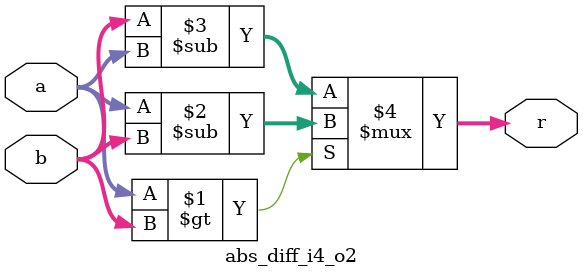
<source format=v>
module abs_diff_i4_o2(a,b,r);
input [1:0] a,b;
output [1:0] r;

assign r = (a>b) ? (a-b) : (b-a);

endmodule

</source>
